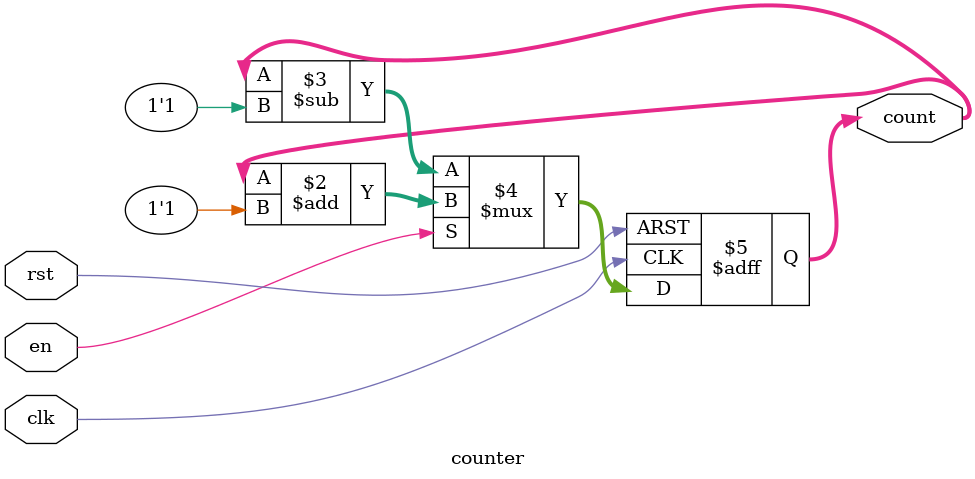
<source format=sv>
module counter #(
    parameter WIDTH = 8
)(
    // interface signals
    input  logic             clk,    // clock
    input  logic             rst,    // reset
    input  logic             en,     // counter enable
    output logic [WIDTH-1:0] count  // count output
);

always_ff @(posedge clk, posedge rst)
    if (rst) count <= {WIDTH{1'b0}};
    else     count <= en ? (count + 1'b1) : (count - 1'b1);

endmodule

</source>
